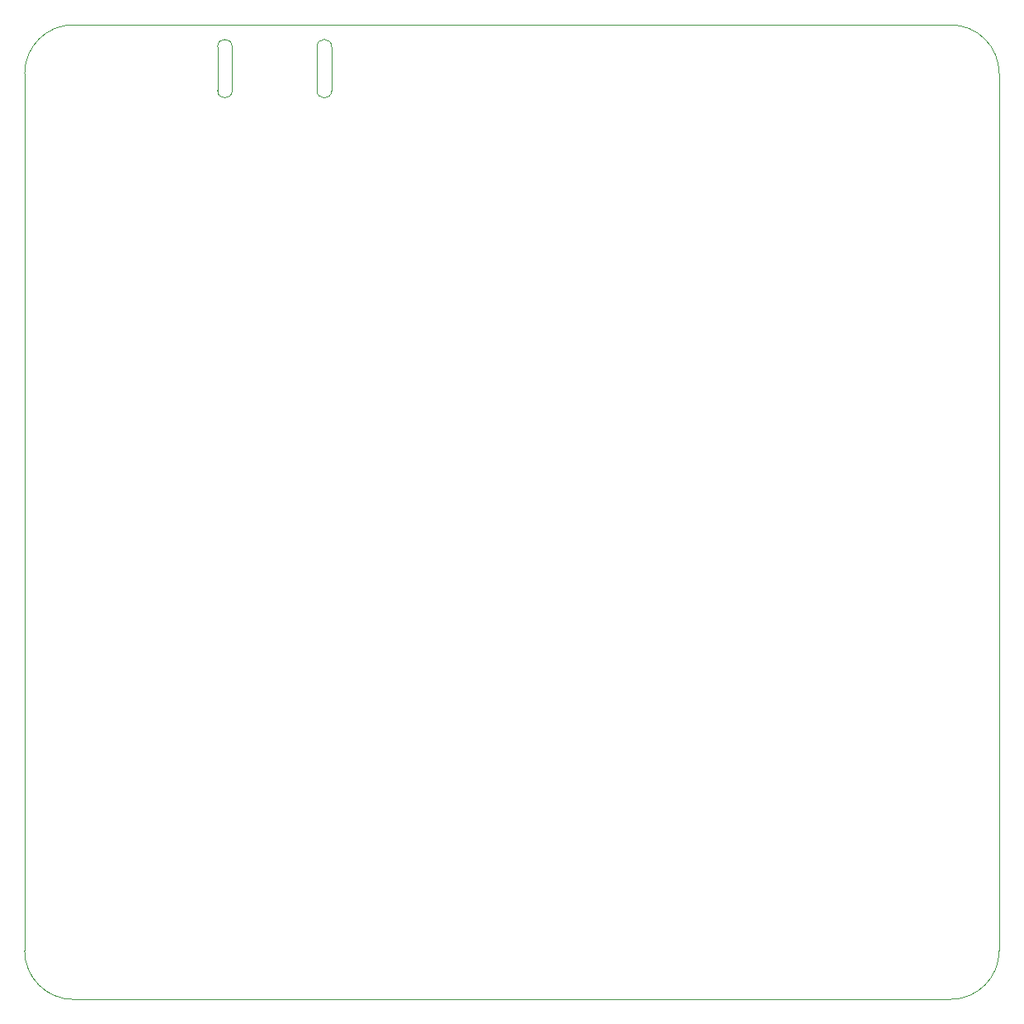
<source format=gbr>
G04 #@! TF.GenerationSoftware,KiCad,Pcbnew,5.1.5+dfsg1-2build2*
G04 #@! TF.CreationDate,2021-06-30T22:55:55+02:00*
G04 #@! TF.ProjectId,solar_mppt1,736f6c61-725f-46d7-9070-74312e6b6963,rev?*
G04 #@! TF.SameCoordinates,Original*
G04 #@! TF.FileFunction,Profile,NP*
%FSLAX46Y46*%
G04 Gerber Fmt 4.6, Leading zero omitted, Abs format (unit mm)*
G04 Created by KiCad (PCBNEW 5.1.5+dfsg1-2build2) date 2021-06-30 22:55:55*
%MOMM*%
%LPD*%
G04 APERTURE LIST*
%ADD10C,0.050000*%
G04 APERTURE END LIST*
D10*
X34000000Y28250000D02*
G75*
G02X32500000Y28250000I-750000J0D01*
G01*
X34000000Y28250000D02*
X34000000Y32750000D01*
X32500000Y32750000D02*
X32500000Y28250000D01*
X32500000Y32750000D02*
G75*
G02X34000000Y32750000I750000J0D01*
G01*
X23800000Y28250000D02*
X23800000Y32750000D01*
X22300000Y32750000D02*
X22300000Y28250000D01*
X22300000Y32750000D02*
G75*
G02X23800000Y32750000I750000J0D01*
G01*
X23800000Y28250000D02*
G75*
G02X22300000Y28250000I-750000J0D01*
G01*
X102500000Y-60000000D02*
G75*
G02X97500000Y-65000000I-5000000J0D01*
G01*
X7500000Y-65000000D02*
G75*
G02X2500000Y-60000000I0J5000000D01*
G01*
X2500000Y30000000D02*
G75*
G02X7500000Y35000000I5000000J0D01*
G01*
X97500000Y35000000D02*
G75*
G02X102500000Y30000000I0J-5000000D01*
G01*
X2500000Y30000000D02*
X2500000Y-60000000D01*
X97500000Y35000000D02*
X7500000Y35000000D01*
X102500000Y-60000000D02*
X102500000Y30000000D01*
X7500000Y-65000000D02*
X97500000Y-65000000D01*
M02*

</source>
